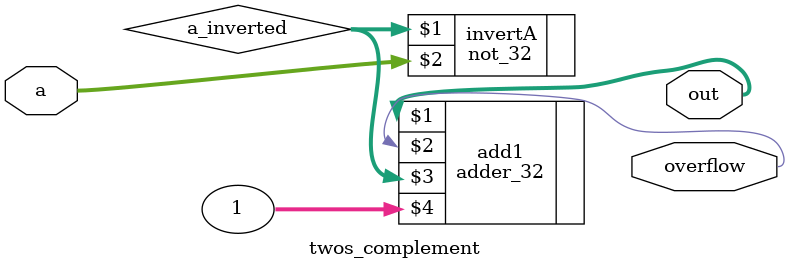
<source format=v>
module twos_complement(
    output [31:0] out,
    output overflow,
    input [31:0] a);

    wire [31:0] a_inverted;

    // Flip all bits
    not_32 invertA(a_inverted, a);

    // Add 1
    adder_32 add1(out, overflow, a_inverted, 1);
endmodule

</source>
